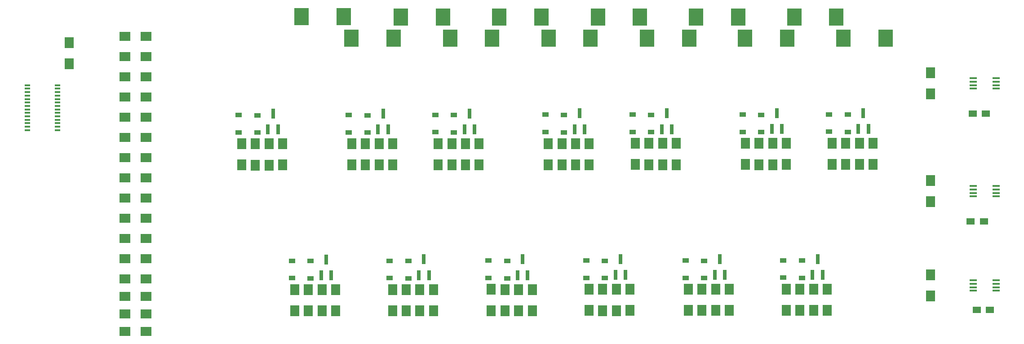
<source format=gbr>
G04 #@! TF.FileFunction,Paste,Top*
%FSLAX46Y46*%
G04 Gerber Fmt 4.6, Leading zero omitted, Abs format (unit mm)*
G04 Created by KiCad (PCBNEW 4.0.4-stable) date Wednesday, June 14, 2017 'PMt' 02:59:16 PM*
%MOMM*%
%LPD*%
G01*
G04 APERTURE LIST*
%ADD10C,0.100000*%
%ADD11R,1.700000X2.000000*%
%ADD12R,0.800000X1.900000*%
%ADD13R,1.220000X0.910000*%
%ADD14R,2.700000X3.200000*%
%ADD15R,1.100000X0.400000*%
%ADD16R,1.450000X0.450000*%
%ADD17R,2.000000X1.700000*%
%ADD18R,1.500000X1.250000*%
G04 APERTURE END LIST*
D10*
D11*
X157920000Y-37930000D03*
X157920000Y-41930000D03*
D12*
X162875000Y-35250000D03*
X164775000Y-35250000D03*
X163825000Y-32250000D03*
D13*
X160890000Y-35825000D03*
X160890000Y-32555000D03*
D11*
X160475000Y-41950000D03*
X160475000Y-37950000D03*
X163075000Y-37950000D03*
X163075000Y-41950000D03*
D13*
X157370000Y-35775000D03*
X157370000Y-32505000D03*
D11*
X165630000Y-41940000D03*
X165630000Y-37940000D03*
X141620000Y-37960000D03*
X141620000Y-41960000D03*
D13*
X141070000Y-35805000D03*
X141070000Y-32535000D03*
D12*
X146575000Y-35280000D03*
X148475000Y-35280000D03*
X147525000Y-32280000D03*
D13*
X144590000Y-35855000D03*
X144590000Y-32585000D03*
D12*
X125835000Y-35290000D03*
X127735000Y-35290000D03*
X126785000Y-32290000D03*
D13*
X123850000Y-35865000D03*
X123850000Y-32595000D03*
X120330000Y-35815000D03*
X120330000Y-32545000D03*
D11*
X123435000Y-41990000D03*
X123435000Y-37990000D03*
X126035000Y-37990000D03*
X126035000Y-41990000D03*
X120880000Y-37970000D03*
X120880000Y-41970000D03*
X146775000Y-37980000D03*
X146775000Y-41980000D03*
X144175000Y-41980000D03*
X144175000Y-37980000D03*
X128590000Y-41980000D03*
X128590000Y-37980000D03*
X149330000Y-41970000D03*
X149330000Y-37970000D03*
D12*
X154255000Y-62760000D03*
X156155000Y-62760000D03*
X155205000Y-59760000D03*
D13*
X152270000Y-63335000D03*
X152270000Y-60065000D03*
X148750000Y-63285000D03*
X148750000Y-60015000D03*
D11*
X130880000Y-65470000D03*
X130880000Y-69470000D03*
X133435000Y-69490000D03*
X133435000Y-65490000D03*
X136035000Y-65490000D03*
X136035000Y-69490000D03*
X138590000Y-69480000D03*
X138590000Y-65480000D03*
D12*
X135835000Y-62790000D03*
X137735000Y-62790000D03*
X136785000Y-59790000D03*
D13*
X133850000Y-63365000D03*
X133850000Y-60095000D03*
X130330000Y-63315000D03*
X130330000Y-60045000D03*
D11*
X154455000Y-65460000D03*
X154455000Y-69460000D03*
X151855000Y-69460000D03*
X151855000Y-65460000D03*
X149300000Y-65440000D03*
X149300000Y-69440000D03*
X157010000Y-69450000D03*
X157010000Y-65450000D03*
D13*
X103920000Y-35845000D03*
X103920000Y-32575000D03*
D11*
X104470000Y-38000000D03*
X104470000Y-42000000D03*
D12*
X109425000Y-35320000D03*
X111325000Y-35320000D03*
X110375000Y-32320000D03*
D13*
X107440000Y-35895000D03*
X107440000Y-32625000D03*
X83180000Y-35855000D03*
X83180000Y-32585000D03*
D12*
X88685000Y-35330000D03*
X90585000Y-35330000D03*
X89635000Y-32330000D03*
D13*
X86700000Y-35905000D03*
X86700000Y-32635000D03*
X111600000Y-63325000D03*
X111600000Y-60055000D03*
D11*
X119860000Y-69490000D03*
X119860000Y-65490000D03*
D12*
X117105000Y-62800000D03*
X119005000Y-62800000D03*
X118055000Y-59800000D03*
D13*
X115120000Y-63375000D03*
X115120000Y-60105000D03*
D11*
X112150000Y-65480000D03*
X112150000Y-69480000D03*
X114705000Y-69500000D03*
X114705000Y-65500000D03*
X117305000Y-65500000D03*
X117305000Y-69500000D03*
X101440000Y-69520000D03*
X101440000Y-65520000D03*
X98885000Y-65530000D03*
X98885000Y-69530000D03*
X93730000Y-65510000D03*
X93730000Y-69510000D03*
X96285000Y-69530000D03*
X96285000Y-65530000D03*
D13*
X93180000Y-63355000D03*
X93180000Y-60085000D03*
D12*
X98685000Y-62830000D03*
X100585000Y-62830000D03*
X99635000Y-59830000D03*
D13*
X96700000Y-63405000D03*
X96700000Y-60135000D03*
D11*
X112180000Y-42010000D03*
X112180000Y-38010000D03*
X109625000Y-38020000D03*
X109625000Y-42020000D03*
X107025000Y-42020000D03*
X107025000Y-38020000D03*
X83730000Y-38010000D03*
X83730000Y-42010000D03*
X91440000Y-42020000D03*
X91440000Y-38020000D03*
X86285000Y-42030000D03*
X86285000Y-38030000D03*
X88885000Y-38030000D03*
X88885000Y-42030000D03*
D13*
X74560000Y-63365000D03*
X74560000Y-60095000D03*
D12*
X80065000Y-62840000D03*
X81965000Y-62840000D03*
X81015000Y-59840000D03*
D13*
X78080000Y-63415000D03*
X78080000Y-60145000D03*
D11*
X75110000Y-65520000D03*
X75110000Y-69520000D03*
X77665000Y-69540000D03*
X77665000Y-65540000D03*
X80265000Y-65540000D03*
X80265000Y-69540000D03*
X82820000Y-69530000D03*
X82820000Y-65530000D03*
X72585000Y-38060000D03*
X72585000Y-42060000D03*
X67430000Y-38040000D03*
X67430000Y-42040000D03*
X69985000Y-42060000D03*
X69985000Y-38060000D03*
X75140000Y-42050000D03*
X75140000Y-38050000D03*
D12*
X72385000Y-35360000D03*
X74285000Y-35360000D03*
X73335000Y-32360000D03*
D13*
X70400000Y-35935000D03*
X70400000Y-32665000D03*
X66880000Y-35885000D03*
X66880000Y-32615000D03*
D11*
X61845000Y-65570000D03*
X61845000Y-69570000D03*
X56690000Y-65550000D03*
X56690000Y-69550000D03*
X59245000Y-69570000D03*
X59245000Y-65570000D03*
X64400000Y-69560000D03*
X64400000Y-65560000D03*
D12*
X61645000Y-62870000D03*
X63545000Y-62870000D03*
X62595000Y-59870000D03*
D13*
X59660000Y-63445000D03*
X59660000Y-60175000D03*
X56140000Y-63395000D03*
X56140000Y-60125000D03*
X49660000Y-35945000D03*
X49660000Y-32675000D03*
D14*
X58000000Y-14100000D03*
X65900000Y-14100000D03*
X67375000Y-18150000D03*
X75275000Y-18150000D03*
X76700000Y-14125000D03*
X84600000Y-14125000D03*
X85975000Y-18175000D03*
X93875000Y-18175000D03*
X95250000Y-14150000D03*
X103150000Y-14150000D03*
X104525000Y-18175000D03*
X112425000Y-18175000D03*
X113800000Y-14150000D03*
X121700000Y-14150000D03*
X123100000Y-18150000D03*
X131000000Y-18150000D03*
X132325000Y-14125000D03*
X140225000Y-14125000D03*
X141550000Y-18150000D03*
X149450000Y-18150000D03*
X150825000Y-14150000D03*
X158725000Y-14150000D03*
X160100000Y-18150000D03*
X168000000Y-18150000D03*
D12*
X51645000Y-35370000D03*
X53545000Y-35370000D03*
X52595000Y-32370000D03*
D11*
X49245000Y-42070000D03*
X49245000Y-38070000D03*
X51845000Y-38070000D03*
X51845000Y-42070000D03*
X54400000Y-42060000D03*
X54400000Y-38060000D03*
D13*
X46140000Y-35895000D03*
X46140000Y-32625000D03*
D11*
X46690000Y-38050000D03*
X46690000Y-42050000D03*
D15*
X6294000Y-27017000D03*
X6294000Y-27667000D03*
X6294000Y-28317000D03*
X6294000Y-28967000D03*
X6294000Y-29617000D03*
X6294000Y-30267000D03*
X6294000Y-30917000D03*
X6294000Y-31567000D03*
X6294000Y-32217000D03*
X6294000Y-32867000D03*
X6294000Y-33517000D03*
X6294000Y-34167000D03*
X6294000Y-34817000D03*
X6294000Y-35467000D03*
X11994000Y-35467000D03*
X11994000Y-34817000D03*
X11994000Y-34167000D03*
X11994000Y-33517000D03*
X11994000Y-32867000D03*
X11994000Y-32217000D03*
X11994000Y-31567000D03*
X11994000Y-30917000D03*
X11994000Y-30267000D03*
X11994000Y-29617000D03*
X11994000Y-28967000D03*
X11994000Y-28317000D03*
X11994000Y-27667000D03*
X11994000Y-27017000D03*
D16*
X184540000Y-63795000D03*
X184540000Y-64445000D03*
X184540000Y-65095000D03*
X184540000Y-65745000D03*
X188840000Y-65745000D03*
X188840000Y-65095000D03*
X188840000Y-64445000D03*
X188840000Y-63795000D03*
X184540000Y-25695000D03*
X184540000Y-26345000D03*
X184540000Y-26995000D03*
X184540000Y-27645000D03*
X188840000Y-27645000D03*
X188840000Y-26995000D03*
X188840000Y-26345000D03*
X188840000Y-25695000D03*
X184540000Y-46015000D03*
X184540000Y-46665000D03*
X184540000Y-47315000D03*
X184540000Y-47965000D03*
X188840000Y-47965000D03*
X188840000Y-47315000D03*
X188840000Y-46665000D03*
X188840000Y-46015000D03*
D11*
X176530000Y-62770000D03*
X176530000Y-66770000D03*
X176530000Y-24670000D03*
X176530000Y-28670000D03*
X176530000Y-44990000D03*
X176530000Y-48990000D03*
D17*
X24670000Y-17780000D03*
X28670000Y-17780000D03*
X24670000Y-21590000D03*
X28670000Y-21590000D03*
X24670000Y-25400000D03*
X28670000Y-25400000D03*
X24670000Y-29210000D03*
X28670000Y-29210000D03*
X24670000Y-33020000D03*
X28670000Y-33020000D03*
X24670000Y-36830000D03*
X28670000Y-36830000D03*
X24670000Y-40640000D03*
X28670000Y-40640000D03*
X24670000Y-44450000D03*
X28670000Y-44450000D03*
X28670000Y-73406000D03*
X24670000Y-73406000D03*
X28670000Y-66802000D03*
X24670000Y-66802000D03*
X28670000Y-70104000D03*
X24670000Y-70104000D03*
X28670000Y-63500000D03*
X24670000Y-63500000D03*
X28670000Y-59690000D03*
X24670000Y-59690000D03*
X28670000Y-55880000D03*
X24670000Y-55880000D03*
X28670000Y-52070000D03*
X24670000Y-52070000D03*
X28670000Y-48260000D03*
X24670000Y-48260000D03*
D11*
X14224000Y-18955000D03*
X14224000Y-22955000D03*
D18*
X185186000Y-69342000D03*
X187686000Y-69342000D03*
X184424000Y-32385000D03*
X186924000Y-32385000D03*
X184043000Y-52705000D03*
X186543000Y-52705000D03*
M02*

</source>
